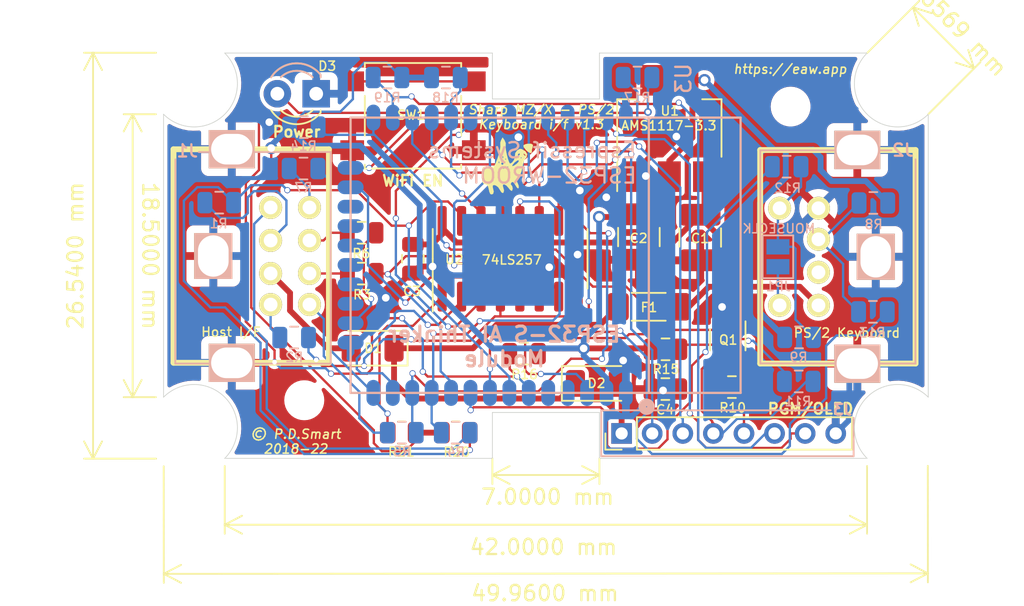
<source format=kicad_pcb>
(kicad_pcb (version 20211014) (generator pcbnew)
  (title_block (title "Sharp MZ/X PS/2 Keyboard Interface") (date "2022-03-09") (rev "1.3") (comment 1 "and thus the interface used on more Sharp machines.") (comment 2 "interface, small changes made such that differing cables can be connected") (comment 3 "Incremental update from the MZ-2500/MZ-2800 PS/2 Keyboard"))
  (layers (0 "F.Cu" signal) (31 "B.Cu" signal) (34 "B.Paste" user) (35 "F.Paste" user) (36 "B.SilkS" user "B.Silkscreen") (37 "F.SilkS" user "F.Silkscreen") (38 "B.Mask" user) (39 "F.Mask" user) (44 "Edge.Cuts" user))
  (net 0 "")
  (net 1 "GNDPWR")
  (net 2 "+5V")
  (net 3 "Net-(J2-Pad6)")
  (net 4 "Net-(D1-Pad2)")
  (net 5 "/RXD")
  (net 6 "/TXD")
  (net 7 "/~{PGM}")
  (net 8 "Net-(J1-Pad2)")
  (net 9 "Net-(J1-Pad3)")
  (net 10 "Net-(J1-Pad4)")
  (net 11 "Net-(J1-Pad5)")
  (net 12 "Net-(J1-Pad6)")
  (net 13 "Net-(J1-Pad7)")
  (net 14 "Net-(J1-Pad8)")
  (net 15 "/VCC")
  (net 16 "+3V3")
  (net 17 "/PS2_DATA")
  (net 18 "/PS2_CLK")
  (net 27 "Net-(J2-Pad1)")
  (net 28 "Net-(J2-Pad5)")
  (net 29 "/~{RESET}")
  (net 30 "/DSDA")
  (net 31 "/DSCK")
  (net 33 "/~{RTSNi}")
  (net 34 "/KDB0")
  (net 35 "/KDB1")
  (net 36 "/KDB2")
  (net 37 "/KDB3")
  (net 38 "/MPXi")
  (net 39 "/KDO2")
  (net 40 "/KDO6")
  (net 41 "/KDO3")
  (net 42 "/KDO7")
  (net 43 "/KDO5")
  (net 44 "/KDO1")
  (net 45 "/KDO4")
  (net 46 "/KDO0")
  (net 47 "/VCCPG")
  (net 48 "/RTS")
  (net 49 "/DTR")
  (net 50 "Net-(Q1-Pad2)")
  (net 51 "Net-(Q1-Pad5)")
  (net 52 "Net-(D3-Pad2)")
  (net 53 "Net-(R16-Pad1)")
  (net 54 "Net-(R17-Pad1)")
  (net 55 "/KDI4")
  (footprint "Graphic:Argo" (layer "F.Cu") (at 72.49 87.4)
    (fp_text reference "LG1" hide)
    (fp_text value "Argo Logo" hide)
  )
  (footprint "LED_THT:LED_D3.0mm_Clear" (layer "F.Cu") (at 59.98 82.66 180)
    (fp_text reference "D3")
    (fp_text value "Power")
  )
  (footprint "Custom:Mini_din6_ps2" (layer "F.Cu") (at 94.09 93.32 90)
    (fp_text reference "J2")
    (fp_text value "PS/2 Keyboard")
  )
  (footprint "Connector_PinHeader_2.00mm:PinHeader_1x08_P2.00mm_Vertical" (layer "F.Cu") (at 79.95 104.87 90)
    (fp_text reference "J3")
    (fp_text value "PGM/OLED")
  )
  (footprint "Resistor_SMD:R_0805_2012Metric" (layer "F.Cu") (at 62.96 94.42)
    (fp_text reference "R3")
    (fp_text value "100R" hide)
  )
  (footprint "Resistor_SMD:R_0805_2012Metric" (layer "F.Cu") (at 62.95 91.75)
    (fp_text reference "R6")
    (fp_text value "100R" hide)
  )
  (footprint "MountingHole:MountingHole_2.1mm" (layer "F.Cu") (at 91 83.5)
    (fp_text reference "H1" hide)
    (fp_text value "Support" hide)
  )
  (footprint "MountingHole:MountingHole_2.1mm" (layer "F.Cu") (at 59.2 102.7)
    (fp_text reference "H2" hide)
    (fp_text value "Support" hide)
  )
  (footprint "Package_SO:SOIC-16_3.9x9.9mm_P1.27mm" (layer "F.Cu") (at 72.66 93.45 90)
    (fp_text reference "U2")
    (fp_text value "74LS257")
  )
  (footprint "Package_TO_SOT_SMD:SOT-223-3_TabPin2" (layer "F.Cu") (at 83.07 84.93 90)
    (fp_text reference "U1")
    (fp_text value "AMS1117-3.3")
  )
  (footprint "Capacitor_SMD:C_1210_3225Metric_Pad1.42x2.65mm_HandSolder" (layer "F.Cu") (at 81.08 92.03 -90)
    (fp_text reference "C2")
    (fp_text value "100uF" hide)
  )
  (footprint "Capacitor_SMD:C_1210_3225Metric_Pad1.42x2.65mm_HandSolder" (layer "F.Cu") (at 85.09 92.06 -90)
    (fp_text reference "C1")
    (fp_text value "100uF" hide)
  )
  (footprint "Button_Switch_SMD:SW_SPST_B3S-1000" (layer "F.Cu") (at 66.31 84.1 180)
    (fp_text reference "SW1")
    (fp_text value "WiFi EN")
  )
  (footprint "Fuse:Fuse_1806_4516Metric" (layer "F.Cu") (at 81.72 96.59)
    (fp_text reference "F1")
    (fp_text value "500mA" hide)
  )
  (footprint "Capacitor_SMD:C_0805_2012Metric" (layer "F.Cu") (at 66.3 93.45 -90)
    (fp_text reference "C3")
    (fp_text value "100nF" hide)
  )
  (footprint "Diode_SMD:D_1206_3216Metric" (layer "F.Cu") (at 63.67 99.3 180)
    (fp_text reference "D1")
    (fp_text value "1N4001" hide)
  )
  (footprint "Diode_SMD:D_1206_3216Metric" (layer "F.Cu") (at 78.33 101.6)
    (fp_text reference "D2")
    (fp_text value "1N4001" hide)
  )
  (footprint "Capacitor_SMD:C_0805_2012Metric" (layer "F.Cu") (at 82.81 101.97 180)
    (fp_text reference "C4")
    (fp_text value "100nF" hide)
  )
  (footprint "Package_TO_SOT_SMD:SOT-363_SC-70-6" (layer "F.Cu") (at 86.89 98.74 -90)
    (fp_text reference "Q1")
    (fp_text value "MMDT3904" hide)
  )
  (footprint "Resistor_SMD:R_0805_2012Metric" (layer "F.Cu") (at 87.16 101.84)
    (fp_text reference "R10")
    (fp_text value "10K" hide)
  )
  (footprint "Resistor_SMD:R_0805_2012Metric" (layer "F.Cu") (at 82.82 99.37)
    (fp_text reference "R15")
    (fp_text value "10K" hide)
  )
  (footprint "Resistor_SMD:R_0805_2012Metric" (layer "F.Cu") (at 73.57 99.65)
    (fp_text reference "R16")
    (fp_text value "10K" hide)
  )
  (footprint "Resistor_SMD:R_0805_2012Metric" (layer "F.Cu") (at 65.57 104.82)
    (fp_text reference "R21")
    (fp_text value "10K" hide)
  )
  (footprint "Connector_DIN:Mini_din8_ps2" (layer "F.Cu") (at 55.73 93.27 -90)
    (fp_text reference "J1")
    (fp_text value "Host I/F")
  )
  (footprint "Resistor_SMD:R_0805_2012Metric" (layer "F.Cu") (at 69.11 104.82 180)
    (fp_text reference "R20")
    (fp_text value "10K" hide)
  )
  (footprint "Resistor_SMD:R_0805_2012Metric" (layer "B.Cu") (at 53.64 89.78 180)
    (fp_text reference "R1")
    (fp_text value "100R" hide)
  )
  (footprint "Resistor_SMD:R_0805_2012Metric" (layer "B.Cu") (at 58.54 98.6)
    (fp_text reference "R2")
    (fp_text value "100R" hide)
  )
  (footprint "Resistor_SMD:R_0805_2012Metric" (layer "B.Cu") (at 69.1 104.82)
    (fp_text reference "R4")
    (fp_text value "100R" hide)
  )
  (footprint "Resistor_SMD:R_0805_2012Metric" (layer "B.Cu") (at 65.58 104.82)
    (fp_text reference "R5")
    (fp_text value "100R" hide)
  )
  (footprint "Resistor_SMD:R_0805_2012Metric" (layer "B.Cu") (at 59.15 87.55 180)
    (fp_text reference "R7")
    (fp_text value "100R" hide)
  )
  (footprint "Resistor_SMD:R_0805_2012Metric" (layer "B.Cu") (at 96.41 89.8 180)
    (fp_text reference "R8")
    (fp_text value "2K" hide)
  )
  (footprint "Resistor_SMD:R_0805_2012Metric" (layer "B.Cu") (at 96.38 96.92)
    (fp_text reference "R13")
    (fp_text value "100R" hide)
  )
  (footprint "Resistor_SMD:R_0805_2012Metric" (layer "B.Cu") (at 90.74 87.43 180)
    (fp_text reference "R12")
    (fp_text value "100R" hide)
  )
  (footprint "Resistor_SMD:R_0805_2012Metric" (layer "B.Cu") (at 80.99 81.6)
    (fp_text reference "R17")
    (fp_text value "1K" hide)
  )
  (footprint "Resistor_SMD:R_0805_2012Metric" (layer "B.Cu") (at 91.55 98.59)
    (fp_text reference "R9")
    (fp_text value "2K" hide)
  )
  (footprint "Custom:ESP32-S" (layer "B.Cu") (at 74.98 93.22 -90)
    (fp_text reference "U3")
    (fp_text value "ESP32-S AI Thinker")
  )
  (footprint "Resistor_SMD:R_0805_2012Metric" (layer "B.Cu") (at 91.53 101.47)
    (fp_text reference "R11")
    (fp_text value "10K" hide)
  )
  (footprint "Resistor_SMD:R_0805_2012Metric" (layer "B.Cu") (at 59.17 84.84 180)
    (fp_text reference "R14")
    (fp_text value "10K" hide)
  )
  (footprint "Resistor_SMD:R_0805_2012Metric" (layer "B.Cu") (at 68.46 81.6 180)
    (fp_text reference "R18")
    (fp_text value "10K" hide)
  )
  (footprint "Resistor_SMD:R_0805_2012Metric" (layer "B.Cu") (at 64.64 81.6)
    (fp_text reference "R19")
    (fp_text value "10K" hide)
  )
  (footprint "Jumper:SolderJumper-2_P1.3mm_Open_Pad1.0x1.5mm" (layer "B.Cu") (at 90.17 93.32 90)
    (fp_text reference "JP1")
    (fp_text value "MOUSECLK")
  )
  (gr_line (start 99.16 100.3) (end 99.17 86.95) (layer "B.SilkS") (width 0.12))
  (gr_line (start 93.62 103.36) (end 78.62 103.36) (layer "B.SilkS") (width 0.12))
  (gr_arc (start 57.67 81.58) (mid 58.71 81.16219) (end 59.75 81.58) (layer "B.SilkS") (width 0.12))
  (gr_line (start 60.27 81.59) (end 60.27 81.42) (layer "B.SilkS") (width 0.12))
  (gr_line (start 89.02 100.29) (end 99.16 100.3) (layer "B.SilkS") (width 0.12))
  (gr_line (start 50.765 100.3) (end 50.775 86.95) (layer "B.SilkS") (width 0.12))
  (gr_line (start 97.6 86.36) (end 89.02 86.36) (layer "B.SilkS") (width 0.12))
  (gr_line (start 60.925 86.47) (end 52.3 86.47) (layer "B.SilkS") (width 0.12))
  (gr_line (start 95.12 106.36) (end 78.62 106.36) (layer "B.SilkS") (width 0.12))
  (gr_line (start 60.925 86.47) (end 60.925 100.3) (layer "B.SilkS") (width 0.12))
  (gr_arc (start 57.03 81.59) (mid 58.596521 80.671511) (end 60.257536 81.405429) (layer "B.SilkS") (width 0.12))
  (gr_line (start 50.765 100.3) (end 60.905 100.31) (layer "B.SilkS") (width 0.12))
  (gr_line (start 95.12 106.36) (end 95.12 103.85) (layer "B.SilkS") (width 0.12))
  (gr_line (start 89.02 86.36) (end 89.02 100.29) (layer "B.SilkS") (width 0.12))
  (gr_line (start 78.62 103.36) (end 78.62 106.36) (layer "B.SilkS") (width 0.12))
  (gr_line (start 50 84) (end 50 102.5) (layer "Edge.Cuts") (width 0.05))
  (gr_line (start 78.5 80) (end 96 80) (layer "Edge.Cuts") (width 0.05))
  (gr_line (start 54 106.5) (end 71.5 106.5) (layer "Edge.Cuts") (width 0.05))
  (gr_line (start 78.5 106.5) (end 96 106.5) (layer "Edge.Cuts") (width 0.05))
  (gr_line (start 71.5 103.5) (end 78.5 103.5) (layer "Edge.Cuts") (width 0.05))
  (gr_line (start 78.5 106.5) (end 78.5 103.5) (layer "Edge.Cuts") (width 0.05))
  (gr_line (start 71.5 83) (end 71.5 80) (layer "Edge.Cuts") (width 0.05))
  (gr_line (start 78.5 83) (end 78.5 80) (layer "Edge.Cuts") (width 0.05))
  (gr_line (start 71.5 83) (end 78.5 83) (layer "Edge.Cuts") (width 0.05))
  (gr_arc (start 50.000001 102.500002) (mid 54.000001 102.500002) (end 54.000001 106.500002) (layer "Edge.Cuts") (width 0.05))
  (gr_arc (start 96 106.5) (mid 96 102.5) (end 100 102.5) (layer "Edge.Cuts") (width 0.05))
  (gr_arc (start 100 84) (mid 96 84) (end 96 80) (layer "Edge.Cuts") (width 0.05))
  (gr_line (start 71.5 106.5) (end 71.5 103.5) (layer "Edge.Cuts") (width 0.05))
  (gr_line (start 54 80) (end 71.5 80) (layer "Edge.Cuts") (width 0.05))
  (gr_arc (start 54 80) (mid 54 84) (end 50 84) (layer "Edge.Cuts") (width 0.05))
  (gr_line (start 100 84) (end 100 102.5) (layer "Edge.Cuts") (width 0.05))
  (gr_text "ESP32-S AI Thinker\nModule" (at 72.28 99.2) (layer "B.SilkS") (effects (font (size 1 1) (thickness 0.2)) (justify mirror)))
  (gr_text "© P.D.Smart\n2018-22" (at 58.65 105.4) (layer "F.SilkS") (effects (font (size 0.6 0.6) (thickness 0.1) italic)))
  (gr_text "Sharp MZ/X - PS/2\nKeyboard i/f v1.3\n" (at 74.69 84.18) (layer "F.SilkS") (effects (font (size 0.6 0.6) (thickness 0.1) italic)))
  (gr_text "https://eaw.app" (at 90.98 81.05) (layer "F.SilkS") (effects (font (size 0.6 0.6) (thickness 0.1) italic)))
  (dimension (type aligned) (layer "F.SilkS") (pts (xy 50.01 79.98) (xy 50.01 106.52)) (height 4.62) (gr_text "26.5400 mm" (at 44.24 93.25 90) (layer "F.SilkS") (effects (font (size 1 1) (thickness 0.15)))) (format (units 3) (units_format 1) (precision 4)) (style (thickness 0.12) (arrow_length 1.27) (text_position_mode 0) (extension_height 0.58642) (extension_offset 0.5) keep_text_aligned))
  (dimension (type aligned) (layer "F.SilkS") (pts (xy 50 84) (xy 50.000001 102.500002)) (height 2.02) (gr_text "18.5000 mm" (at 46.83 93.250001 90) (layer "F.SilkS") (effects (font (size 1 1) (thickness 0.15)))) (format (units 3) (units_format 1) (precision 4)) (style (thickness 0.12) (arrow_length 1.27) (text_position_mode 0) (extension_height 0.58642) (extension_offset 0.5) keep_text_aligned))
  (dimension (type aligned) (layer "F.SilkS") (pts (xy 50.01 106.52) (xy 99.97 106.49)) (height 7.530497) (gr_text "49.9600 mm" (at 74.94 115.32 0.03440498757) (layer "F.SilkS") (effects (font (size 1 1) (thickness 0.15)))) (format (units 3) (units_format 1) (precision 4)) (style (thickness 0.12) (arrow_length 1.27) (text_position_mode 2) (extension_height 0.58642) (extension_offset 0.5) keep_text_aligned))
  (dimension (type aligned) (layer "F.SilkS") (pts (xy 100 84) (xy 96 80)) (height 4.235569) (gr_text "5.6569 mm" (at 101.808173 78.191827 -45) (layer "F.SilkS") (effects (font (size 1 1) (thickness 0.15)))) (format (units 2) (units_format 1) (precision 4)) (style (thickness 0.12) (arrow_length 1.27) (text_position_mode 0) (extension_height 0.58642) (extension_offset 0) keep_text_aligned))
  (dimension (type aligned) (layer "F.SilkS") (pts (xy 54 106.5) (xy 96 106.5)) (height 4.34) (gr_text "42.0000 mm" (at 74.84 112.3) (layer "F.SilkS") (effects (font (size 1 1) (thickness 0.15)))) (format (units 3) (units_format 1) (precision 4)) (style (thickness 0.12) (arrow_length 1.27) (text_position_mode 2) (extension_height 0.58642) (extension_offset 0.5) keep_text_aligned))
  (dimension (type aligned) (layer "F.SilkS") (pts (xy 78.5 106.5) (xy 71.5 106.5)) (height -1.09) (gr_text "7.0000 mm" (at 75.11 109.02) (layer "F.SilkS") (effects (font (size 1 1) (thickness 0.15)))) (format (units 2) (units_format 1) (precision 4)) (style (thickness 0.12) (arrow_length 1.27) (text_position_mode 2) (extension_height 0.58642) (extension_offset 0) keep_text_aligned))
  (segment (start 66.3 94.3875) (end 66.1425 94.3875) (width 0.381) (layer "F.Cu") (net 1))
  (segment (start 81.08 93.5175) (end 81.18 93.6175) (width 0.381) (layer "F.Cu") (net 1))
  (segment (start 83.141408 85.458592) (end 80.77 87.83) (width 0.381) (layer "F.Cu") (net 1))
  (segment (start 85 93.6175) (end 85.02 93.6375) (width 0.381) (layer "F.Cu") (net 1))
  (segment (start 66.7318 93.9557) (end 66.3 94.3875) (width 0.381) (layer "F.Cu") (net 1))
  (segment (start 67.59 93.9557) (end 66.7318 93.9557) (width 0.381) (layer "F.Cu") (net 1))
  (segment (start 75.217243 94.002757) (end 75.65146 94.002757) (width 0.381) (layer "F.Cu") (net 1))
  (segment (start 77.105 95.456297) (end 77.105 95.925) (width 0.381) (layer "F.Cu") (net 1))
  (segment (start 66.1425 94.3875) (end 64.54 95.99) (width 0.381) (layer "F.Cu") (net 1))
  (segment (start 83.534178 85.458592) (end 83.141408 85.458592) (width 0.381) (layer "F.Cu") (net 1))
  (segment (start 80.77 87.83) (end 80.77 88.08) (width 0.381) (layer "F.Cu") (net 1))
  (segment (start 81.18 93.6175) (end 85 93.6175) (width 0.381) (layer "F.Cu") (net 1))
  (segment (start 75.65146 94.002757) (end 77.105 95.456297) (width 0.381) (layer "F.Cu") (net 1))
  (via (at 83.534178 85.458592) (size 0.8) (drill 0.5) (layers "F.Cu" "B.Cu") (net 1))
  (via (at 75.217243 94.002757) (size 0.8) (drill 0.5) (layers "F.Cu" "B.Cu") (net 1))
  (via (at 77.07 93.1755) (size 0.8) (drill 0.5) (layers "F.Cu" "B.Cu") (net 1))
  (via (at 67.59 93.9557) (size 0.8) (drill 0.5) (layers "F.Cu" "B.Cu") (net 1))
  (via (at 64.527207 96.002793) (size 0.8) (drill 0.5) (layers "F.Cu" "B.Cu") (net 1))
  (via (at 78.95 89.43) (size 0.8) (drill 0.5) (layers "F.Cu" "B.Cu") (net 1))
  (via (at 73.2 85.5) (size 0.8) (drill 0.5) (layers "F.Cu" "B.Cu") (net 1))
  (via (at 77.217614 88.9857) (size 0.8) (drill 0.5) (layers "F.Cu" "B.Cu") (net 1))
  (via (at 82.6605 102.06) (size 0.8) (drill 0.5) (layers "F.Cu" "B.Cu") (net 1))
  (via (at 56.9123 84.518567) (size 0.8) (drill 0.5) (layers "F.Cu" "B.Cu") (net 1))
  (via (at 80.05 100.1) (size 0.8) (drill 0.5) (layers "F.Cu" "B.Cu") (net 1))
  (via (at 86.52 96.6) (size 0.8) (drill 0.5) (layers "F.Cu" "B.Cu") (net 1))
  (via (at 81.53 88.04) (size 0.8) (drill 0.5) (layers "F.Cu" "B.Cu") (net 1))
  (segment (start 64.527207 97.068793) (end 64.527207 96.002793) (width 0.381) (layer "B.Cu") (net 1))
  (segment (start 71.52 94.53) (end 72.53 93.52) (width 0.381) (layer "B.Cu") (net 1))
  (segment (start 71.91 92.9) (end 72.53 93.52) (width 0.381) (layer "B.Cu") (net 1))
  (segment (start 71.91 86.79) (end 71.91 92.9) (width 0.381) (layer "B.Cu") (net 1))
  (segment (start 94.84 100.825) (end 95.36 100.305) (width 0.381) (layer "B.Cu") (net 1))
  (segment (start 79.27 80.41) (end 92.14 80.41) (width 0.1524) (layer "B.Cu") (net 1))
  (segment (start 80.23 84.22) (end 80.23 83.75) (width 0.1524) (layer "B.Cu") (net 1))
  (segment (start 94.84 103.98) (end 94.84 100.825) (width 0.381) (layer "B.Cu") (net 1))
  (segment (start 67.59 93.9557) (end 68.1643 94.53) (width 0.381) (layer "B.Cu") (net 1))
  (segment (start 78.99 82.51) (end 78.99 80.69) (width 0.1524) (layer "B.Cu") (net 1))
  (segment (start 78.99 80.69) (end 79.27 80.41) (width 0.1524) (layer "B.Cu") (net 1))
  (segment (start 62.23 98.935) (end 62.661 98.935) (width 0.381) (layer "B.Cu") (net 1))
  (segment (start 62.661 98.935) (end 64.527207 97.068793) (width 0.381) (layer "B.Cu") (net 1))
  (segment (start 95.36 83.63) (end 95.36 86.335) (width 0.1524) (layer "B.Cu") (net 1))
  (segment (start 73.2 85.5) (end 71.91 86.79) (width 0.381) (layer "B.Cu") (net 1))
  (segment (start 68.1643 94.53) (end 71.52 94.53) (width 0.381) (layer "B.Cu") (net 1))
  (segment (start 80.23 83.75) (end 78.99 82.51) (width 0.1524) (layer "B.Cu") (net 1))
  (segment (start 92.14 80.41) (end 95.36 83.63) (width 0.1524) (layer "B.Cu") (net 1))
  (segment (start 93.95 104.87) (end 94.84 103.98) (width 0.381) (layer "B.Cu") (net 1))
  (segment (start 91.6065 95.2815) (end 87.0285 95.2815) (width 0.381) (layer "F.Cu") (net 2))
  (segment (start 78.86 92.4) (end 83.2649 92.4) (width 0.381) (layer "F.Cu") (net 2))
  (segment (start 83.2649 92.4) (end 85.0024 90.6625) (width 0.381) (layer "F.Cu") (net 2))
  (segment (start 67.5375 92.5125) (end 68.215 91.835) (width 0.381) (layer "F.Cu") (net 2))
  (segment (start 85.37 90.2925) (end 85.37 88.08) (width 0.381) (layer "F.Cu") (net 2))
  (segment (start 68.215 90.975) (end 68.215 91.443703) (width 0.381) (layer "F.Cu") (net 2))
  (segment (start 69.156786 92.385489) (end 78.845489 92.385489) (width 0.381) (layer "F.Cu") (net 2))
  (segment (start 85.6485 95.2815) (end 84.34 96.59) (width 0.381) (layer "F.Cu") (net 2))
  (segment (start 66.3 92.5125) (end 67.5375 92.5125) (width 0.381) (layer "F.Cu") (net 2))
  (segment (start 68.215 91.835) (end 68.215 90.975) (width 0.381) (layer "F.Cu") (net 2))
  (segment (start 78.845489 92.385489) (end 78.86 92.4) (width 0.381) (layer "F.Cu") (net 2))
  (segment (start 87.0285 95.2815) (end 85.6485 95.2815) (width 0.381) (layer "F.Cu") (net 2))
  (segment (start 87.0285 92.671) (end 87.0285 95.2815) (width 0.381) (layer "F.Cu") (net 2))
  (segment (start 92.82 96.495) (end 91.6065 95.2815) (width 0.381) (layer "F.Cu") (net 2))
  (segment (start 85.0024 90.6625) (end 85.02 90.6625) (width 0.381) (layer "F.Cu") (net 2))
  (segment (start 84.34 96.59) (end 83.72 96.59) (width 0.381) (layer "F.Cu") (net 2))
  (segment (start 68.215 91.443703) (end 69.156786 92.385489) (width 0.381) (layer "F.Cu") (net 2))
  (segment (start 85.02 90.6625) (end 87.0285 92.671) (width 0.381) (layer "F.Cu") (net 2))
  (segment (start 85.09 90.5725) (end 85.37 90.2925) (width 0.381) (layer "F.Cu") (net 2))
  (segment (start 90.17 96.385) (end 90.28 96.495) (width 0.1524) (layer "B.Cu") (net 3))
  (segment (start 90.17 93.97) (end 90.17 96.385) (width 0.1524) (layer "B.Cu") (net 3))
  (segment (start 58.2701 95.6831) (end 58.2701 96.8336) (width 0.381) (layer "F.Cu") (net 4))
  (segment (start 57 94.413) (end 58.2701 95.6831) (width 0.381) (layer "F.Cu") (net 4))
  (segment (start 58.2701 96.8336) (end 60.7365 99.3) (width 0.381) (layer "F.Cu") (net 4))
  (segment (start 60.7365 99.3) (end 62.27 99.3) (width 0.381) (layer "F.Cu") (net 4))
  (segment (start 75.82325 86.42325) (end 75.6721 86.5744) (width 0.1524) (layer "F.Cu") (net 5))
  (segment (start 80.574071 86.604071) (end 80.39325 86.42325) (width 0.1524) (layer "F.Cu") (net 5))
  (segment (start 80.39325 86.42325) (end 75.82325 86.42325) (width 0.1524) (layer "F.Cu") (net 5))
  (via (at 75.6721 86.5744) (size 0.4) (drill 0.3) (layers "F.Cu" "B.Cu") (net 5))
  (via (at 80.574071 86.604071) (size 0.4) (drill 0.3) (layers "F.Cu" "B.Cu") (net 5))
  (segment (start 80.574071 98.044071) (end 81.95 99.42) (width 0.1524) (layer "B.Cu") (net 5))
  (segment (start 75.6721 85.8686) (end 75.15 85.3465) (width 0.1524) (layer "B.Cu") (net 5))
  (segment (start 75.15 84.22) (end 75.15 85.3465) (width 0.1524) (layer "B.Cu") (net 5))
  (segment (start 75.6721 86.5744) (end 75.6721 85.8686) (width 0.1524) (layer "B.Cu") (net 5))
  (segment (start 81.95 99.42) (end 81.95 104.87) (width 0.1524) (layer "B.Cu") (net 5))
  (segment (start 80.574071 86.604071) (end 80.574071 98.044071) (width 0.1524) (layer "B.Cu") (net 5))
  (segment (start 78.4 85.8) (end 78.33 85.87) (width 0.1524) (layer "F.Cu") (net 6))
  (segment (start 80.788371 85.8) (end 78.4 85.8) (width 0.1524) (layer "F.Cu") (net 6))
  (segment (start 81.094071 86.1057) (end 80.788371 85.8) (width 0.1524) (layer "F.Cu") (net 6))
  (via (at 81.094071 86.1057) (size 0.4) (drill 0.3) (layers "F.Cu" "B.Cu") (net 6))
  (via (at 78.33 85.87) (size 0.4) (drill 0.3) (layers "F.Cu" "B.Cu") (net 6))
  (segment (start 76.4201 87.6101) (end 77.12 88.31) (width 0.1524) (layer "B.Cu") (net 6))
  (segment (start 77.12 88.31) (end 77.75 88.31) (width 0.1524) (layer "B.Cu") (net 6))
  (segment (start 77.75 88.31) (end 78.33 87.73) (width 0.1524) (layer "B.Cu") (net 6))
  (segment (start 76.42 85.3465) (end 76.4201 85.3465) (width 0.1524) (layer "B.Cu") (net 6))
  (segment (start 83.786 103.7545) (end 83.95 103.9185) (width 0.1524) (layer "B.Cu") (net 6))
  (segment (start 76.42 84.22) (end 76.42 85.3465) (width 0.1524) (layer "B.Cu") (net 6))
  (segment (start 78.33 87.73) (end 78.33 85.87) (width 0.1524) (layer "B.Cu") (net 6))
  (segment (start 76.4201 85.3465) (end 76.4201 87.6101) (width 0.1524) (layer "B.Cu") (net 6))
  (segment (start 83.95 103.9185) (end 83.95 104.87) (width 0.1524) (layer "B.Cu") (net 6))
  (segment (start 83.786 88.797629) (end 83.786 103.7545) (width 0.1524) (layer "B.Cu") (net 6))
  (segment (start 81.094071 86.1057) (end 83.786 88.797629) (width 0.1524) (layer "B.Cu") (net 6))
  (segment (start 80.24348 95.27) (end 83.07348 98.1) (width 0.1524) (layer "F.Cu") (net 7))
  (segment (start 83.07348 98.1) (end 85.93 98.1) (width 0.1524) (layer "F.Cu") (net 7))
  (segment (start 85.93 98.1) (end 86.24 97.79) (width 0.1524) (layer "F.Cu") (net 7))
  (segment (start 78.07 95.27) (end 80.24348 95.27) (width 0.1524) (layer "F.Cu") (net 7))
  (segment (start 68.503454 92.566545) (end 68.788618 92.851709) (width 0.1524) (layer "F.Cu") (net 7))
  (segment (start 75.651709 92.851709) (end 78.07 95.27) (width 0.1524) (layer "F.Cu") (net 7))
  (segment (start 68.788618 92.851709) (end 75.651709 92.851709) (width 0.1524) (layer "F.Cu") (net 7))
  (via (at 68.503454 92.566545) (size 0.4) (drill 0.3) (layers "F.Cu" "B.Cu") (net 7))
  (segment (start 68.503454 92.566545) (end 68.1688 92.231891) (width 0.1524) (layer "B.Cu") (net 7))
  (segment (start 68.1688 89.723) (end 63.72 85.2742) (width 0.1524) (layer "B.Cu") (net 7))
  (segment (start 60.1075 84.84) (end 60.614 85.3465) (width 0.1524) (layer "B.Cu") (net 7))
  (segment (start 63.72 85.3465) (end 63.72 85.2742) (width 0.1524) (layer "B.Cu") (net 7))
  (segment (start 68.1688 92.231891) (end 68.1688 89.723) (width 0.1524) (layer "B.Cu") (net 7))
  (segment (start 63.72 84.7832) (end 63.72 85.2019) (width 0.1524) (layer "B.Cu") (net 7))
  (segment (start 60.614 85.3465) (end 63.72 85.3465) (width 0.1524) (layer "B.Cu") (net 7))
  (segment (start 63.72 85.2019) (end 63.72 85.2742) (width 0.1524) (layer "B.Cu") (net 7))
  (segment (start 63.72 84.22) (end 63.72 84.7832) (width 0.1524) (layer "B.Cu") (net 7))
  (segment (start 55.5051 89.4349) (end 55.9093 89.0307) (width 0.1524) (layer "B.Cu") (net 8))
  (segment (start 57.4197 89.0307) (end 58.0334 89.6444) (width 0.1524) (layer "B.Cu") (net 8))
  (segment (start 55.1851 90.7849) (end 55.5051 90.4649) (width 0.1524) (layer "B.Cu") (net 8))
  (segment (start 58.0334 91.2206) (end 57 92.254) (width 0.1524) (layer "B.Cu") (net 8))
  (segment (start 53.7074 90.7849) (end 55.1851 90.7849) (width 0.1524) (layer "B.Cu") (net 8))
  (segment (start 55.9093 89.0307) (end 57.4197 89.0307) (width 0.1524) (layer "B.Cu") (net 8))
  (segment (start 52.7025 89.78) (end 53.7074 90.7849) (width 0.1524) (layer "B.Cu") (net 8))
  (segment (start 55.5051 90.4649) (end 55.5051 89.4349) (width 0.1524) (layer "B.Cu") (net 8))
  (segment (start 58.0334 89.6444) (end 58.0334 91.2206) (width 0.1524) (layer "B.Cu") (net 8))
  (segment (start 57 97.9975) (end 57 96.445) (width 0.1524) (layer "B.Cu") (net 9))
  (segment (start 57.6025 98.6) (end 57 97.9975) (width 0.1524) (layer "B.Cu") (net 9))
  (segment (start 62.0155 94.413) (end 62.0225 94.42) (width 0.1524) (layer "F.Cu") (net 10))
  (segment (start 59.54 94.413) (end 62.0155 94.413) (width 0.1524) (layer "F.Cu") (net 10))
  (segment (start 56.747 103.257) (end 56.747 98.8519) (width 0.1524) (layer "B.Cu") (net 11))
  (segment (start 59.3506 105.8606) (end 56.747 103.257) (width 0.1524) (layer "B.Cu") (net 11))
  (segment (start 70.0375 104.82) (end 68.9969 105.8606) (width 0.1524) (layer "B.Cu") (net 11))
  (segment (start 68.9969 105.8606) (end 59.3506 105.8606) (width 0.1524) (layer "B.Cu") (net 11))
  (segment (start 55.9226 91.1724) (end 57 90.095) (width 0.1524) (layer "B.Cu") (net 11))
  (segment (start 56.747 98.8519) (end 55.9226 98.0275) (width 0.1524) (layer "B.Cu") (net 11))
  (segment (start 55.9226 98.0275) (end 55.9226 91.1724) (width 0.1524) (layer "B.Cu") (net 11))
  (segment (start 60.4783 97.3833) (end 59.54 96.445) (width 0.1524) (layer "B.Cu") (net 12))
  (segment (start 60.4783 99.8183) (end 60.4783 97.3833) (width 0.1524) (layer "B.Cu") (net 12))
  (segment (start 62.8 103.88) (end 62.8 102.14) (width 0.1524) (layer "B.Cu") (net 12))
  (segment (start 63.74 104.82) (end 62.8 103.88) (width 0.1524) (layer "B.Cu") (net 12))
  (segment (start 64.6425 104.82) (end 63.74 104.82) (width 0.1524) (layer "B.Cu") (net 12))
  (segment (start 62.8 102.14) (end 60.4783 99.8183) (width 0.1524) (layer "B.Cu") (net 12))
  (segment (start 60.456 92.254) (end 60.96 91.75) (width 0.1524) (layer "F.Cu") (net 13))
  (segment (start 60.96 91.75) (end 62.0125 91.75) (width 0.1524) (layer "F.Cu") (net 13))
  (segment (start 59.54 92.254) (end 60.456 92.254) (width 0.1524) (layer "F.Cu") (net 13))
  (segment (start 59.54 90.095) (end 59.54 88.8775) (width 0.1524) (layer "B.Cu") (net 14))
  (segment (start 59.54 88.8775) (end 58.2125 87.55) (width 0.1524) (layer "B.Cu") (net 14))
  (segment (start 76.93 101.6) (end 75.94 102.59) (width 0.381) (layer "F.Cu") (net 15))
  (segment (start 70.239334 99.3) (end 65.07 99.3) (width 0.381) (layer "F.Cu") (net 15))
  (segment (start 66.11 102.59) (end 65.07 101.55) (width 0.381) (layer "F.Cu") (net 15))
  (segment (start 75.94 102.59) (end 66.11 102.59) (width 0.381) (layer "F.Cu") (net 15))
  (segment (start 71.772534 97.7668) (end 70.239334 99.3) (width 0.381) (layer "F.Cu") (net 15))
  (segment (start 71.772534 97.7668) (end 78.5432 97.7668) (width 0.381) (layer "F.Cu") (net 15))
  (segment (start 78.5432 97.7668) (end 79.72 96.59) (width 0.381) (layer "F.Cu") (net 15))
  (segment (start 65.07 101.55) (end 65.07 99.3) (width 0.381) (layer "F.Cu") (net 15))
  (segment (start 81.8225 99.31) (end 81.8825 99.37) (width 0.381) (layer "F.Cu") (net 16))
  (segment (start 64.27 106.03) (end 65.82 106.03) (width 0.1524) (layer "F.Cu") (net 16))
  (segment (start 77.47 99.309511) (end 77.470489 99.31) (width 0.381) (layer "F.Cu") (net 16))
  (segment (start 63.75 105.51) (end 64.27 106.03) (width 0.1524) (layer "F.Cu") (net 16))
  (segment (start 55.73242 88.79758) (end 55.73242 96.64242) (width 0.1524) (layer "F.Cu") (net 16))
  (segment (start 57.04 86.21) (end 57.04 87.49) (width 0.1524) (layer "F.Cu") (net 16))
  (segment (start 77.470489 99.31) (end 80.122755 99.31) (width 0.381) (layer "F.Cu") (net 16))
  (segment (start 85.37 81.77) (end 83.08 81.77) (width 0.381) (layer "F.Cu") (net 16))
  (segment (start 80.9025 90.72) (end 81.08 90.5425) (width 0.381) (layer "F.Cu") (net 16))
  (segment (start 84.58 85.53) (end 84.58 83.19) (width 0.381) (layer "F.Cu") (net 16))
  (segment (start 83.07 87.04) (end 84.58 85.53) (width 0.381) (layer "F.Cu") (net 16))
  (segment (start 63.75 104.66) (end 63.75 105.51) (width 0.1524) (layer "F.Cu") (net 16))
  (segment (start 80.122755 99.31) (end 80.132766 99.299989) (width 0.381) (layer "F.Cu") (net 16))
  (segment (start 74.848 99.3095) (end 74.5075 99.65) (width 0.381) (layer "F.Cu") (net 16))
  (segment (start 68.1975 104.82) (end 66.4825 104.82) (width 0.381) (layer "F.Cu") (net 16))
  (segment (start 80.132766 99.299989) (end 80.787234 99.299989) (width 0.381) (layer "F.Cu") (net 16))
  (segment (start 80.797245 99.31) (end 81.8225 99.31) (width 0.381) (layer "F.Cu") (net 16))
  (segment (start 77.469989 99.3095) (end 74.848 99.3095) (width 0.381) (layer "F.Cu") (net 16))
  (segment (start 84.58 83.19) (end 83.17 81.78) (width 0.381) (layer "F.Cu") (net 16))
  (segment (start 66.4825 105.3675) (end 66.4825 104.82) (width 0.1524) (layer "F.Cu") (net 16))
  (segment (start 77.47 99.309511) (end 77.469989 99.3095) (width 0.381) (layer "F.Cu") (net 16))
  (segment (start 78.4757 90.72) (end 80.9025 90.72) (width 0.381) (layer "F.Cu") (net 16))
  (segment (start 81.3375 90.5425) (end 83.07 88.81) (width 0.381) (layer "F.Cu") (net 16))
  (segment (start 57.04 87.49) (end 55.73242 88.79758) (width 0.1524) (layer "F.Cu") (net 16))
  (segment (start 55.73242 96.64242) (end 63.75 104.66) (width 0.1524) (layer "F.Cu") (net 16))
  (segment (start 80.787234 99.299989) (end 80.797245 99.31) (width 0.381) (layer "F.Cu") (net 16))
  (segment (start 83.17 81.78) (end 83.07 81.78) (width 0.381) (layer "F.Cu") (net 16))
  (segment (start 65.82 106.03) (end 66.4825 105.3675) (width 0.1524) (layer "F.Cu") (net 16))
  (segment (start 83.07 88.08) (end 83.07 87.04) (width 0.381) (layer "F.Cu") (net 16))
  (segment (start 83.08 81.77) (end 83.07 81.78) (width 0.381) (layer "F.Cu") (net 16))
  (segment (start 81.08 90.5425) (end 81.3375 90.5425) (width 0.381) (layer "F.Cu") (net 16))
  (segment (start 83.07 88.81) (end 83.07 88.08) (width 0.381) (layer "F.Cu") (net 16))
  (via (at 85.37 81.77) (size 0.8) (drill 0.5) (layers "F.Cu" "B.Cu") (net 16))
  (via (at 78.4757 90.72) (size 0.8) (drill 0.5) (layers "F.Cu" "B.Cu") (net 16))
  (via (at 77.47 99.309511) (size 0.8) (drill 0.5) (layers "F.Cu" "B.Cu") (net 16))
  (via (at 57.04 86.21) (size 0.8) (drill 0.5) (layers "F.Cu" "B.Cu") (net 16))
  (segment (start 71.539478 99.3095) (end 66.75 94.520022) (width 0.381) (layer "B.Cu") (net 16))
  (segment (start 58.2325 84.9499) (end 58.2325 84.84) (width 0.381) (layer "B.Cu") (net 16))
  (segment (start 78.48 90.7243) (end 78.48 97.73) (width 0.381) (layer "B.Cu") (net 16))
  (segment (start 90.28998 88.52002) (end 88.9899 89.8201) (width 0.381) (layer "B.Cu") (net 16))
  (segment (start 92.96 87.65) (end 92.96 86.81) (width 0.381) (layer "B.Cu") (net 16))
  (segment (start 95.9175 88.37) (end 93.68 88.37) (width 0.381) (layer "B.Cu") (net 16))
  (segment (start 92.46 86.31) (end 92.22 86.31) (width 0.381) (layer "B.Cu") (net 16))
  (segment (start 85.37 81.77) (end 89.9133 86.3133) (width 0.381) (layer "B.Cu") (net 16))
  (segment (start 62.8655 86.0555) (end 59.338 86.0555) (width 0.381) (layer "B.Cu") (net 16))
  (segment (start 92.242 86.3133) (end 90.6862 86.3133) (width 0.381) (layer "B.Cu") (net 16))
  (segment (start 88.9899 89.8201) (end 88.9899 96.9674) (width 0.381) (layer "B.Cu") (net 16))
  (segment (start 97.3475 89.8) (end 95.9175 88.37) (width 0.381) (layer "B.Cu") (net 16))
  (segment (start 92.96 86.81) (end 92.46 86.31) (width 0.381) (layer "B.Cu") (net 16))
  (segment (start 88.9899 96.9674) (end 90.6125 98.59) (width 0.381) (layer "B.Cu") (net 16))
  (segment (start 62.38 83.01) (end 62.38 81.37) (width 0.1524) (layer "B.Cu") (net 16))
  (segment (start 58.2325 84.84) (end 57.04 86.0325) (width 0.381) (layer "B.Cu") (net 16))
  (segment (start 59.236789 83.835711) (end 61.554289 83.835711) (width 0.1524) (layer "B.Cu") (net 16))
  (segment (start 77.47 98.74) (end 77.47 99.309511) (width 0.381) (layer "B.Cu") (net 16))
  (segment (start 90.6862 88.142586) (end 90.308766 88.52002) (width 0.381) (layer "B.Cu") (net 16))
  (segment (start 66.75 94.520022) (end 66.75 89.94) (width 0.381) (layer "B.Cu") (net 16))
  (segment (start 78.4757 90.72) (end 78.48 90.7243) (width 0.381) (layer "B.Cu") (net 16))
  (segment (start 78.96 101.27) (end 78.96 102.22) (width 0.381) (layer "B.Cu") (net 16))
  (segment (start 62.38 81.37) (end 63.12572 80.62428) (width 0.1524) (layer "B.Cu") (net 16))
  (segment (start 77.47 99.309511) (end 77.47 99.78) (width 0.381) (layer "B.Cu") (net 16))
  (segment (start 78.48 97.73) (end 77.47 98.74) (width 0.381) (layer "B.Cu") (net 16))
  (segment (start 64.60178 80.62428) (end 65.5775 81.6) (width 0.1524) (layer "B.Cu") (net 16))
  (segment (start 90.6862 86.3133) (end 90.6862 88.142586) (width 0.381) (layer "B.Cu") (net 16))
  (segment (start 77.47 99.78) (end 78.96 101.27) (width 0.381) (layer "B.Cu") (net 16))
  (segment (start 67.5225 81.6) (end 65.5775 81.6) (width 0.381) (layer "B.Cu") (net 16))
  (segment (start 89.9133 86.3133) (end 90.6862 86.3133) (width 0.381) (layer "B.Cu") (net 16))
  (segment (start 93.68 88.37) (end 92.96 87.65) (width 0.381) (layer "B.Cu") (net 16))
  (segment (start 57.04 86.0325) (end 57.04 86.21) (width 0.381) (layer "B.Cu") (net 16))
  (segment (start 77.469989 99.3095) (end 71.539478 99.3095) (width 0.381) (layer "B.Cu") (net 16))
  (segment (start 77.47 99.309511) (end 77.469989 99.3095) (width 0.381) (layer "B.Cu") (net 16))
  (segment (start 58.2325 84.84) (end 59.236789 83.835711) (width 0.1524) (layer "B.Cu") (net 16))
  (segment (start 90.308766 88.52002) (end 90.28998 88.52002) (width 0.381) (layer "B.Cu") (net 16))
  (segment (start 61.554289 83.835711) (end 62.38 83.01) (width 0.1524) (layer "B.Cu") (net 16))
  (segment (start 59.1314 85.8488) (end 58.2325 84.9499) (width 0.381) (layer "B.Cu") (net 16))
  (segment (start 59.338 86.0555) (end 59.1314 85.8488) (width 0.381) (layer "B.Cu") (net 16))
  (segment (start 66.75 89.94) (end 62.8655 86.0555) (width 0.381) (layer "B.Cu") (net 16))
  (segment (start 63.12572 80.62428) (end 64.60178 80.62428) (width 0.1524) (layer "B.Cu") (net 16))
  (segment (start 79.783699 98.233019) (end 71.965649 98.233019) (width 0.1524) (layer "F.Cu") (net 17))
  (segment (start 79.858629 98.158089) (end 79.783699 98.233019) (width 0.1524) (layer "F.Cu") (net 17))
  (segment (start 71.34 98.858668) (end 71.34 100.6543) (width 0.1524) (layer "F.Cu") (net 17))
  (segment (start 71.965649 98.233019) (end 71.34 98.858668) (width 0.1524) (layer "F.Cu") (net 17))
  (via (at 79.858629 98.158089) (size 0.4) (drill 0.3) (layers "F.Cu" "B.Cu") (net 17))
  (via (at 71.34 100.6543) (size 0.4) (drill 0.3) (layers "F.Cu" "B.Cu") (net 17))
  (segment (start 81.595711 99.895171) (end 81.595711 103.52989) (width 0.1524) (layer "B.Cu") (net 17))
  (segment (start 90.95 104.25) (end 92.04 103.16) (width 0.1524) (layer "B.Cu") (net 17))
  (segment (start 71.34 100.6543) (end 71.34 102.22) (width 0.1524) (layer "B.Cu") (net 17))
  (segment (start 79.858629 98.158089) (end 81.595711 99.895171) (width 0.1524) (layer "B.Cu") (net 17))
  (segment (start 93.3225 99.1407) (end 94.0005 98.4627) (width 0.1524) (layer "B.Cu") (net 17))
  (segment (start 81.595711 103.52989) (end 80.9559 104.169701) (width 0.1524) (layer "B.Cu") (net 17))
  (segment (start 90.4266 106.2134) (end 90.95 105.69) (width 0.1524) (layer "B.Cu") (net 17))
  (segment (start 81.9382 106.2134) (end 90.4266 106.2134) (width 0.1524) (layer "B.Cu") (net 17))
  (segment (start 92.73 103.16) (end 93.3225 102.5675) (width 0.1524) (layer "B.Cu") (net 17))
  (segment (start 92.04 103.16) (end 92.73 103.16) (width 0.1524) (layer "B.Cu") (net 17))
  (segment (start 80.9559 105.2311) (end 81.9382 106.2134) (width 0.1524) (layer "B.Cu") (net 17))
  (segment (start 95.7748 98.4627) (end 97.3175 96.92) (width 0.1524) (layer "B.Cu") (net 17))
  (segment (start 93.3225 102.5675) (end 93.3225 99.1407) (width 0.1524) (layer "B.Cu") (net 17))
  (segment (start 90.95 105.69) (end 90.95 104.25) (width 0.1524) (layer "B.Cu") (net 17))
  (segment (start 94.0005 98.4627) (end 95.7748 98.4627) (width 0.1524) (layer "B.Cu") (net 17))
  (segment (start 80.9559 104.169701) (end 80.9559 105.2311) (width 0.1524) (layer "B.Cu") (net 17))
  (segment (start 84.5307 102.7368) (end 82.95 104.3175) (width 0.1524) (layer "F.Cu") (net 18))
  (segment (start 70.2697 103.1603) (end 70.08 103.35) (width 0.1524) (layer "F.Cu") (net 18))
  (segment (start 82.95 105.254) (end 82.3325 105.8715) (width 0.1524) (layer "F.Cu") (net 18))
  (segment (start 82.95 104.3175) (end 82.95 105.254) (width 0.1524) (layer "F.Cu") (net 18))
  (segment (start 84.5307 100.4495) (end 84.5307 102.7368) (width 0.1524) (layer "F.Cu") (net 18))
  (segment (start 82.3325 105.8715) (end 79.2104 105.8715) (width 0.1524) (layer "F.Cu") (net 18))
  (segment (start 85.4345 99.5457) (end 84.5307 100.4495) (width 0.1524) (layer "F.Cu") (net 18))
  (segment (start 78.9985 103.5912) (end 78.5676 103.1603) (width 0.1524) (layer "F.Cu") (net 18))
  (segment (start 79.2104 105.8715) (end 78.9985 105.6596) (width 0.1524) (layer "F.Cu") (net 18))
  (segment (start 78.9985 105.6596) (end 78.9985 103.5912) (width 0.1524) (layer "F.Cu") (net 18))
  (segment (start 78.5676 103.1603) (end 70.2697 103.1603) (width 0.1524) (layer "F.Cu") (net 18))
  (via (at 70.08 103.35) (size 0.4) (drill 0.3) (layers "F.Cu" "B.Cu") (net 18))
  (via (at 85.4345 99.5457) (size 0.4) (drill 0.3) (layers "F.Cu" "B.Cu") (net 18))
  (segment (start 70.07 103.34) (end 70.07 102.22) (width 0.1524) (layer "B.Cu") (net 18))
  (segment (start 70.08 103.35) (end 70.07 103.34) (width 0.1524) (layer "B.Cu") (net 18))
  (segment (start 85.5325 91.7) (end 89.8025 87.43) (width 0.1524) (layer "B.Cu") (net 18))
  (segment (start 85.4345 99.5457) (end 85.5325 99.4477) (width 0.1524) (layer "B.Cu") (net 18))
  (segment (start 85.5325 99.4477) (end 85.5325 91.7) (width 0.1524) (layer "B.Cu") (net 18))
  (segment (start 94.43 95.9075) (end 94.43 93.7869) (width 0.1524) (layer "B.Cu") (net 27))
  (segment (start 92.9578 92.3147) (end 92.82 92.177) (width 0.1524) (layer "B.Cu") (net 27))
  (segment (start 95.4425 96.92) (end 94.43 95.9075) (width 0.1524) (layer "B.Cu") (net 27))
  (segment (start 94.43 93.7869) (end 92.9578 92.3147) (width 0.1524) (layer "B.Cu") (net 27))
  (segment (start 95.4725 89.8) (end 92.9578 92.3147) (width 0.1524) (layer "B.Cu") (net 27))
  (segment (start 91.3187 97.4212) (end 92.4875 98.59) (width 0.1524) (layer "B.Cu") (net 28))
  (segment (start 90.28 90.145) (end 90.17 90.255) (width 0.1524) (layer "B.Cu") (net 28))
  (segment (start 90.17 92.67) (end 90.17 90.255) (width 0.1524) (layer "B.Cu") (net 28))
  (segment (start 90.17 92.67) (end 91.1965 92.67) (width 0.1524) (layer "B.Cu") (net 28))
  (segment (start 91.3187 92.7922) (end 91.3187 97.4212) (width 0.1524) (layer "B.Cu") (net 28))
  (segment (start 91.1965 92.67) (end 91.3187 92.7922) (width 0.1524) (layer "B.Cu") (net 28))
  (segment (start 90.28 90.145) (end 91.6775 88.7475) (width 0.1524) (layer "B.Cu") (net 28))
  (segment (start 91.6775 88.7475) (end 91.6775 87.43) (width 0.1524) (layer "B.Cu") (net 28))
  (segment (start 83.7475 101.97) (end 83.7475 99.38) (width 0.1524) (layer "F.Cu") (net 29))
  (segment (start 87.54 99.41) (end 87.54 99.69) (width 0.1524) (layer "F.Cu") (net 29))
  (segment (start 80.44 98.38) (end 80.186211 98.633789) (width 0.1524) (layer "F.Cu") (net 29))
  (segment (start 83.7475 99.38) (end 83.7575 99.37) (width 0.1524) (layer "F.Cu") (net 29))
  (segment (start 84.0575 99.07) (end 87.2 99.07) (width 0.1524) (layer "F.Cu") (net 29))
  (segment (start 87.2 99.07) (end 87.54 99.41) (width 0.1524) (layer "F.Cu") (net 29))
  (segment (start 73.74051 98.633789) (end 73.64 98.734299) (width 0.1524) (layer "F.Cu") (net 29))
  (segment (start 82.85 98.38) (end 80.44 98.38) (width 0.1524) (layer "F.Cu") (net 29))
  (segment (start 73.87 100.98) (end 74.67 100.98) (width 0.1524) (layer "F.Cu") (net 29))
  (segment (start 83.7575 99.37) (end 84.0575 99.07) (width 0.1524) (layer "F.Cu") (net 29))
  (segment (start 73.64 98.734299) (end 73.64 100.75) (width 0.1524) (layer "F.Cu") (net 29))
  (segment (start 80.186211 98.633789) (end 73.74051 98.633789) (width 0.1524) (layer "F.Cu") (net 29))
  (segment (start 83.7575 99.2875) (end 82.85 98.38) (width 0.1524) (layer "F.Cu") (net 29))
  (segment (start 83.7575 99.37) (end 83.7575 99.2875) (width 0.1524) (layer "F.Cu") (net 29))
  (segment (start 73.64 100.75) (end 73.87 100.98) (width 0.1524) (layer "F.Cu") (net 29))
  (via (at 74.67 100.98) (size 0.4) (drill 0.3) (layers "F.Cu" "B.Cu") (net 29))
  (segment (start 77.69 101.69) (end 77.69 102.22) (width 0.1524) (layer "B.Cu") (net 29))
  (segment (start 76.98 100.98) (end 77.69 101.69) (width 0.1524) (layer "B.Cu") (net 29))
  (segment (start 74.67 100.98) (end 76.98 100.98) (width 0.1524) (layer "B.Cu") (net 29))
  (segment (start 79.2318 87.2736) (end 74.6514 87.2736) (width 0.1524) (layer "F.Cu") (net 30))
  (segment (start 74.1079 87.8171) (end 69.5329 87.8171) (width 0.1524) (layer "F.Cu") (net 30))
  (segment (start 90.4039 105.8215) (end 90.9985 105.2269) (width 0.1524) (layer "F.Cu") (net 30))
  (segment (start 84.95 105.2836) (end 85.4879 105.8215) (width 0.1524) (layer "F.Cu") (net 30))
  (segment (start 90.9985 105.2269) (end 90.9985 104.87) (width 0.1524) (layer "F.Cu") (net 30))
  (segment (start 84.95 104.1) (end 84.95 105.2836) (width 0.1524) (layer "F.Cu") (net 30))
  (segment (start 69.5329 87.8171) (end 69.35 88) (width 0.1524) (layer "F.Cu") (net 30))
  (segment (start 74.6514 87.2736) (end 74.1079 87.8171) (width 0.1524) (layer "F.Cu") (net 30))
  (segment (start 79.5281 86.9773) (end 79.2318 87.2736) (width 0.1524) (layer "F.Cu") (net 30))
  (segment (start 84.4107 103.5607) (end 84.95 104.1) (width 0.1524) (layer "F.Cu") (net 30))
  (segment (start 85.4879 105.8215) (end 90.4039 105.8215) (width 0.1524) (layer "F.Cu") (net 30))
  (segment (start 91.95 104.87) (end 90.9985 104.87) (width 0.1524) (layer "F.Cu") (net 30))
  (via (at 84.4107 103.5607) (size 0.4) (drill 0.3) (layers "F.Cu" "B.Cu") (net 30))
  (via (at 79.5281 86.9773) (size 0.4) (drill 0.3) (layers "F.Cu" "B.Cu") (net 30))
  (via (at 69.35 88) (size 0.4) (drill 0.3) (layers "F.Cu" "B.Cu") (net 30))
  (segment (start 69.3975 82.496) (end 68.8 83.0935) (width 0.1524) (layer "B.Cu") (net 30))
  (segment (start 68.8 84.174) (end 68.8 84.22) (width 0.1524) (layer "B.Cu") (net 30))
  (segment (start 79.5281 86.92539) (end 79.5281 86.9773) (width 0.1524) (layer "B.Cu") (net 30))
  (segment (start 80.82349 85.63) (end 79.5281 86.92539) (width 0.1524) (layer "B.Cu") (net 30))
  (segment (start 68.8 84.174) (end 68.8 83.0935) (width 0.1524) (layer "B.Cu") (net 30))
  (segment (start 69.3975 81.6) (end 69.3975 82.496) (width 0.1524) (layer "B.Cu") (net 30))
  (segment (start 84.4107 87.2907) (end 82.75 85.63) (width 0.1524) (layer "B.Cu") (net 30))
  (segment (start 84.4107 103.5607) (end 84.4107 87.2907) (width 0.1524) (layer "B.Cu") (net 30))
  (segment (start 68.8 84.22) (end 68.8 87.45) (width 0.1524) (layer "B.Cu") (net 30))
  (segment (start 82.75 85.63) (end 80.82349 85.63) (width 0.1524) (layer "B.Cu") (net 30))
  (segment (start 68.8 87.45) (end 69.35 88) (width 0.1524) (layer "B.Cu") (net 30))
  (segment (start 83.6078 83.328) (end 83.689 83.2468) (width 0.1524) (layer "F.Cu") (net 31))
  (segment (start 66.7058 83.328) (end 83.6078 83.328) (width 0.1524) (layer "F.Cu") (net 31))
  (segment (start 66.2132 82.8354) (end 66.7058 83.328) (width 0.1524) (layer "F.Cu") (net 31))
  (via (at 83.689 83.2468) (size 0.4) (drill 0.3) (layers "F.Cu" "B.Cu") (net 31))
  (via (at 66.2132 82.8354) (size 0.4) (drill 0.3) (layers "F.Cu" "B.Cu") (net 31))
  (segment (start 88.4039 105.8215) (end 85.4776 105.8215) (width 0.1524) (layer "B.Cu") (net 31))
  (segment (start 64.99 82.8875) (end 64.99 84.22) (width 0.1524) (layer "B.Cu") (net 31))
  (segment (start 84.9588 84.5166) (end 83.689 83.2468) (width 0.1524) (layer "B.Cu") (net 31))
  (segment (start 63.7025 81.6) (end 64.99 82.8875) (width 0.1524) (layer "B.Cu") (net 31))
  (segment (start 66.1611 82.8875) (end 66.2132 82.8354) (width 0.1524) (layer "B.Cu") (net 31))
  (segment (start 64.99 82.8875) (end 66.1611 82.8875) (width 0.1524) (layer "B.Cu") (net 31))
  (segment (start 84.9588 105.3027) (end 84.9588 84.5166) (width 0.1524) (layer "B.Cu") (net 31))
  (segment (start 85.4776 105.8215) (end 84.9588 105.3027) (width 0.1524) (layer "B.Cu") (net 31))
  (segment (start 89.95 104.87) (end 89.3554 104.87) (width 0.1524) (layer "B.Cu") (net 31))
  (segment (start 89.3554 104.87) (end 88.4039 105.8215) (width 0.1524) (layer "B.Cu") (net 31))
  (segment (start 70.0225 104.82) (end 70.0276 104.8251) (width 0.1524) (layer "F.Cu") (net 33))
  (segment (start 69.485 90.5933) (end 68.5973 89.7056) (width 0.1524) (layer "F.Cu") (net 33))
  (segment (start 66.0369 91.2871) (end 64.9171 91.2871) (width 0.1524) (layer "F.Cu") (net 33))
  (segment (start 68.5973 89.7056) (end 67.6184 89.7056) (width 0.1524) (layer "F.Cu") (net 33))
  (segment (start 62.5956 88.9656) (end 58.0928 88.9656) (width 0.1524) (layer "F.Cu") (net 33))
  (segment (start 64.9171 91.2871) (end 62.5956 88.9656) (width 0.1524) (layer "F.Cu") (net 33))
  (segment (start 70.0276 104.8251) (end 70.0276 105.9558) (width 0.1524) (layer "F.Cu") (net 33))
  (segment (start 69.485 90.975) (end 69.485 90.5933) (width 0.1524) (layer "F.Cu") (net 33))
  (segment (start 67.6184 89.7056) (end 66.0369 91.2871) (width 0.1524) (layer "F.Cu") (net 33))
  (via (at 66.0369 91.2871) (size 0.4) (drill 0.3) (layers "F.Cu" "B.Cu") (net 33))
  (via (at 58.0928 88.9656) (size 0.4) (drill 0.3) (layers "F.Cu" "B.Cu") (net 33))
  (via (at 70.0276 105.9558) (size 0.4) (drill 0.3) (layers "F.Cu" "B.Cu") (net 33))
  (segment (start 69.77 106.2134) (end 59.1834 106.2134) (width 0.1524) (layer "B.Cu") (net 33))
  (segment (start 72.61 101.17) (end 66.0369 94.5969) (width 0.1524) (layer "B.Cu") (net 33))
  (segment (start 54.0287 96.6325) (end 53.0625 96.6325) (width 0.1524) (layer "B.Cu") (net 33))
  (segment (start 72.61 102.22) (end 72.61 101.17) (width 0.1524) (layer "B.Cu") (net 33))
  (segment (start 57.7644 88.6372) (end 55.7203 88.6372) (width 0.1524) (layer "B.Cu") (net 33))
  (segment (start 51.33 89.651) (end 52.2123 88.7687) (width 0.1524) (layer "B.Cu") (net 33))
  (segment (start 53.5662 88.7687) (end 54.5775 89.78) (width 0.1524) (layer "B.Cu") (net 33))
  (segment (start 56.3406 103.3706) (end 56.3406 98.9444) (width 0.1524) (layer "B.Cu") (net 33))
  (segment (start 58.0928 88.9656) (end 57.7644 88.6372) (width 0.1524) (layer "B.Cu") (net 33))
  (segment (start 52.2123 88.7687) (end 53.5662 88.7687) (width 0.1524) (layer "B.Cu") (net 33))
  (segment (start 59.1834 106.2134) (end 56.3406 103.3706) (width 0.1524) (layer "B.Cu") (net 33))
  (segment (start 70.0276 105.9558) (end 69.77 106.2134) (width 0.1524) (layer "B.Cu") (net 33))
  (segment (start 55.7203 88.6372) (end 54.5775 89.78) (width 0.1524) (layer "B.Cu") (net 33))
  (segment (start 56.3406 98.9444) (end 54.0287 96.6325) (width 0.1524) (layer "B.Cu") (net 33))
  (segment (start 66.0369 94.5969) (end 66.0369 91.2871) (width 0.1524) (layer "B.Cu") (net 33))
  (segment (start 51.33 94.9) (end 51.33 89.651) (width 0.1524) (layer "B.Cu") (net 33))
  (segment (start 53.0625 96.6325) (end 51.33 94.9) (width 0.1524) (layer "B.Cu") (net 33))
  (segment (start 70.07 98.81) (end 71.6624 97.2176) (width 0.1524) (layer "F.Cu") (net 34))
  (segment (start 77.8045 96.8464) (end 77.4333 97.2176) (width 0.1524) (layer "F.Cu") (net 34))
  (segment (start 72.025 97.2176) (end 72.025 95.925) (width 0.1524) (layer "F.Cu") (net 34))
  (segment (start 63.1136 100.459) (end 60.3769 100.459) (width 0.1524) (layer "F.Cu") (net 34))
  (segment (start 66.19 98.71) (end 66.29 98.81) (width 0.1524) (layer "F.Cu") (net 34))
  (segment (start 77.4333 97.2176) (end 72.025 97.2176) (width 0.1524) (layer "F.Cu") (net 34))
  (segment (start 77.8045 96.23) (end 77.8045 96.8464) (width 0.1524) (layer "F.Cu") (net 34))
  (segment (start 60.3769 100.459) (end 59.9781 100.0602) (width 0.1524) (layer "F.Cu") (net 34))
  (segment (start 71.6624 97.2176) (end 72.025 97.2176) (width 0.1524) (layer "F.Cu") (net 34))
  (segment (start 66.29 98.81) (end 70.07 98.81) (width 0.1524) (layer "F.Cu") (net 34))
  (via (at 63.1136 100.459) (size 0.4) (drill 0.3) (layers "F.Cu" "B.Cu") (net 34))
  (via (at 59.9781 100.0602) (size 0.4) (drill 0.3) (layers "F.Cu" "B.Cu") (net 34))
  (via (at 77.8045 96.23) (size 0.4) (drill 0.3) (layers "F.Cu" "B.Cu") (net 34))
  (via (at 66.19 98.71) (size 0.4) (drill 0.3) (layers "F.Cu" "B.Cu") (net 34))
  (segment (start 63.1136 99.98409) (end 63.1136 100.459) (width 0.1524) (layer "B.Cu") (net 34))
  (segment (start 78.96 88.37) (end 78.96 84.22) (width 0.1524) (layer "B.Cu") (net 34))
  (segment (start 77.8 96.2255) (end 77.8 89.53) (width 0.1524) (layer "B.Cu") (net 34))
  (segment (start 77.8045 96.23) (end 77.8 96.2255) (width 0.1524) (layer "B.Cu") (net 34))
  (segment (start 59.4775 99.5596) (end 59.4775 98.6) (width 0.1524) (layer "B.Cu") (net 34))
  (segment (start 77.8 89.53) (end 78.96 88.37) (width 0.1524) (layer "B.Cu") (net 34))
  (segment (start 64.38769 98.71) (end 63.1136 99.98409) (width 0.1524) (layer "B.Cu") (net 34))
  (segment (start 59.9781 100.0602) (end 59.4775 99.5596) (width 0.1524) (layer "B.Cu") (net 34))
  (segment (start 66.19 98.71) (end 64.38769 98.71) (width 0.1524) (layer "B.Cu") (net 34))
  (segment (start 65.84 93.28) (end 73.5389 93.28) (width 0.1524) (layer "F.Cu") (net 35))
  (segment (start 64.66 94.46) (end 65.84 93.28) (width 0.1524) (layer "F.Cu") (net 35))
  (segment (start 75.835 95.5761) (end 75.835 95.925) (width 0.1524) (layer "F.Cu") (net 35))
  (segment (start 73.5389 93.28) (end 75.835 95.5761) (width 0.1524) (layer "F.Cu") (net 35))
  (segment (start 64.62 94.42) (end 63.8975 94.42) (width 0.1524) (layer "F.Cu") (net 35))
  (segment (start 64.66 94.46) (end 64.62 94.42) (width 0.1524) (layer "F.Cu") (net 35))
  (via (at 64.66 94.46) (size 0.4) (drill 0.3) (layers "F.Cu" "B.Cu") (net 35))
  (segment (start 68.12 97.92) (end 68.12 100.81) (width 0.1524) (layer "B.Cu") (net 35))
  (segment (start 68.8 101.49) (end 68.8 102.22) (width 0.1524) (layer "B.Cu") (net 35))
  (segment (start 64.66 94.46) (end 68.12 97.92) (width 0.1524) (layer "B.Cu") (net 35))
  (segment (start 68.12 100.81) (end 68.8 101.49) (width 0.1524) (layer "B.Cu") (net 35))
  (segment (start 73.31 89.7) (end 73.295 89.715) (width 0.1524) (layer "F.Cu") (net 36))
  (segment (start 69.817258 98.39) (end 70.678629 97.528629) (width 0.1524) (layer "F.Cu") (net 36))
  (segment (start 67.7 98.39) (end 69.817258 98.39) (width 0.1524) (layer "F.Cu") (net 36))
  (segment (start 73.295 89.715) (end 73.295 90.975) (width 0.1524) (layer "F.Cu") (net 36))
  (segment (start 67.6443 98.3343) (end 67.7 98.39) (width 0.1524) (layer "F.Cu") (net 36))
  (via (at 67.6443 98.3343) (size 0.4) (drill 0.3) (layers "F.Cu" "B.Cu") (net 36))
  (via (at 70.678629 97.528629) (size 0.4) (drill 0.3) (layers "F.Cu" "B.Cu") (net 36))
  (via (at 73.31 89.7) (size 0.4) (drill 0.3) (layers "F.Cu" "B.Cu") (net 36))
  (segment (start 67.63 102.12) (end 67.53 102.22) (width 0.1524) (layer "B.Cu") (net 36))
  (segment (start 75.892954 90.377243) (end 75.215711 89.7) (width 0.1524) (layer "B.Cu") (net 36))
  (segment (start 75.4696 97.4904) (end 75.892954 97.067046) (width 0.1524) (layer "B.Cu") (net 36))
  (segment (start 67.53 104.1875) (end 68.1625 104.82) (width 0.1524) (layer "B.Cu") (net 36))
  (segment (start 75.892954 97.067046) (end 75.892954 90.377243) (width 0.1524) (layer "B.Cu") (net 36))
  (segment (start 67.6443 98.3343) (end 67.63 98.3486) (width 0.1524) (layer "B.Cu") (net 36))
  (segment (start 75.215711 89.7) (end 73.31 89.7) (width 0.1524) (layer "B.Cu") (net 36))
  (segment (start 70.716858 97.4904) (end 75.4696 97.4904) (width 0.1524) (layer "B.Cu") (net 36))
  (segment (start 67.63 98.3486) (end 67.63 102.12) (width 0.1524) (layer "B.Cu") (net 36))
  (segment (start 70.678629 97.528629) (end 70.716858 97.4904) (width 0.1524) (layer "B.Cu") (net 36))
  (segment (start 67.53 102.22) (end 67.53 104.1875) (width 0.1524) (layer "B.Cu") (net 36))
  (segment (start 77.9055 91.7755) (end 77.105 90.975) (width 0.1524) (layer "F.Cu") (net 37))
  (segment (start 79.0755 91.7755) (end 77.9055 91.7755) (width 0.1524) (layer "F.Cu") (net 37))
  (segment (start 74.50622 102.12378) (end 67.46378 102.12378) (width 0.1524) (layer "F.Cu") (net 37))
  (segment (start 76.644789 99.985211) (end 74.50622 102.12378) (width 0.1524) (layer "F.Cu") (net 37))
  (segment (start 79.09 91.79) (end 79.0755 91.7755) (width 0.1524) (layer "F.Cu") (net 37))
  (segment (start 78.6618 99.99) (end 78.657011 99.985211) (width 0.1524) (layer "F.Cu") (net 37))
  (segment (start 78.657011 99.985211) (end 76.644789 99.985211) (width 0.1524) (layer "F.Cu") (net 37))
  (segment (start 67.46378 102.12378) (end 66.28 100.94) (width 0.1524) (layer "F.Cu") (net 37))
  (via (at 78.6618 99.99) (size 0.4) (drill 0.3) (layers "F.Cu" "B.Cu") (net 37))
  (via (at 66.28 100.94) (size 0.4) (drill 0.3) (layers "F.Cu" "B.Cu") (net 37))
  (via (at 79.09 91.79) (size 0.4) (drill 0.3) (layers "F.Cu" "B.Cu") (net 37))
  (segment (start 78.747511 99.904289) (end 78.6618 99.99) (width 0.1524) (layer "B.Cu") (net 37))
  (segment (start 79.09 91.79) (end 79 91.88) (width 0.1524) (layer "B.Cu") (net 37))
  (segment (start 79 91.88) (end 79 99.2) (width 0.1524) (layer "B.Cu") (net 37))
  (segment (start 66.26 104.5625) (end 66.5175 104.82) (width 0.1524) (layer "B.Cu") (net 37))
  (segment (start 79 99.2) (end 78.747511 99.452489) (width 0.1524) (layer "B.Cu") (net 37))
  (segment (start 66.26 100.96) (end 66.26 104.5625) (width 0.1524) (layer "B.Cu") (net 37))
  (segment (start 78.747511 99.452489) (end 78.747511 99.904289) (width 0.1524) (layer "B.Cu") (net 37))
  (segment (start 66.26 100.96) (end 66.28 100.94) (width 0.1524) (layer "B.Cu") (net 37))
  (segment (start 64.6575 104.82) (end 64.643 104.8055) (width 0.1524) (layer "F.Cu") (net 38))
  (segment (start 64.643 103.5729) (end 64.12 103.0499) (width 0.1524) (layer "F.Cu") (net 38))
  (segment (start 64.64769 97.84) (end 66.3 97.84) (width 0.1524) (layer "F.Cu") (net 38))
  (segment (start 64.12 98.36769) (end 64.64769 97.84) (width 0.1524) (layer "F.Cu") (net 38))
  (segment (start 66.3 97.84) (end 68.215 95.925) (width 0.1524) (layer "F.Cu") (net 38))
  (segment (start 64.12 103.0499) (end 64.12 98.36769) (width 0.1524) (layer "F.Cu") (net 38))
  (segment (start 64.643 104.8055) (end 64.643 103.5729) (width 0.1524) (layer "F.Cu") (net 38))
  (via (at 64.643 103.5729) (size 0.4) (drill 0.3) (layers "F.Cu" "B.Cu") (net 38))
  (segment (start 63.72 102.6499) (end 63.72 102.22) (width 0.1524) (layer "B.Cu") (net 38))
  (segment (start 60.8342 99.3524) (end 60.8342 88.2967) (width 0.1524) (layer "B.Cu") (net 38))
  (segment (start 64.643 103.5729) (end 63.72 102.6499) (width 0.1524) (layer "B.Cu") (net 38))
  (segment (start 63.72 102.22) (end 63.7018 102.22) (width 0.1524) (layer "B.Cu") (net 38))
  (segment (start 60.8342 88.2967) (end 60.0875 87.55) (width 0.1524) (layer "B.Cu") (net 38))
  (segment (start 63.7018 102.22) (end 60.8342 99.3524) (width 0.1524) (layer "B.Cu") (net 38))
  (segment (start 70.755 90.4229) (end 69.5177 89.1856) (width 0.1524) (layer "F.Cu") (net 39))
  (segment (start 70.755 90.975) (end 70.755 90.4229) (width 0.1524) (layer "F.Cu") (net 39))
  (via (at 69.5177 89.1856) (size 0.4) (drill 0.3) (layers "F.Cu" "B.Cu") (net 39))
  (segment (start 66.26 85.9279) (end 69.5177 89.1856) (width 0.1524) (layer "B.Cu") (net 39))
  (segment (start 66.26 84.22) (end 66.26 85.9279) (width 0.1524) (layer "B.Cu") (net 39))
  (segment (start 72.025 90.1478) (end 72.025 90.975) (width 0.1524) (layer "F.Cu") (net 40))
  (segment (start 73.88 88.2928) (end 72.025 90.1478) (width 0.1524) (layer "F.Cu") (net 40))
  (via (at 73.88 88.2928) (size 0.4) (drill 0.3) (layers "F.Cu" "B.Cu") (net 40))
  (segment (start 73.88 88.2928) (end 73.88 84.22) (width 0.1524) (layer "B.Cu") (net 40))
  (segment (start 74.66 88.26) (end 74.565 88.355) (width 0.1524) (layer "F.Cu") (net 41))
  (segment (start 74.7621 86.3169) (end 73.8024 87.2766) (width 0.1524) (layer "F.Cu") (net 41))
  (segment (start 74.565 88.355) (end 74.565 90.975) (width 0.1524) (layer "F.Cu") (net 41))
  (segment (start 68.8467 87.2766) (end 68.2362 86.6661) (width 0.1524) (layer "F.Cu") (net 41))
  (segment (start 73.8024 87.2766) (end 68.8467 87.2766) (width 0.1524) (layer "F.Cu") (net 41))
  (via (at 74.66 88.26) (size 0.4) (drill 0.3) (layers "F.Cu" "B.Cu") (net 41))
  (via (at 68.2362 86.6661) (size 0.4) (drill 0.3) (layers "F.Cu" "B.Cu") (net 41))
  (via (at 74.7621 86.3169) (size 0.4) (drill 0.3) (layers "F.Cu" "B.Cu") (net 41))
  (segment (start 74.66 88.26) (end 74.7621 88.1579) (width 0.1524) (layer "B.Cu") (net 41))
  (segment (start 67.53 85.9599) (end 68.2362 86.6661) (width 0.1524) (layer "B.Cu") (net 41))
  (segment (start 67.53 84.22) (end 67.53 85.9599) (width 0.1524) (layer "B.Cu") (net 41))
  (segment (start 74.7621 88.1579) (end 74.7621 86.3169) (width 0.1524) (layer "B.Cu") (net 41))
  (segment (start 77.49 87.7493) (end 75.835 89.4043) (width 0.1524) (layer "F.Cu") (net 42))
  (segment (start 75.835 89.4043) (end 75.835 90.975) (width 0.1524) (layer "F.Cu") (net 42))
  (via (at 77.49 87.7493) (size 0.4) (drill 0.3) (layers "F.Cu" "B.Cu") (net 42))
  (segment (start 77.49 87.7493) (end 77.5205 87.7188) (width 0.1524) (layer "B.Cu") (net 42))
  (segment (start 77.5205 84.3895) (end 77.69 84.22) (width 0.1524) (layer "B.Cu") (net 42))
  (segment (start 77.5205 87.7188) (end 77.5205 84.3895) (width 0.1524) (layer "B.Cu") (net 42))
  (segment (start 69 93.8757) (end 69.12378 93.75192) (width 0.1524) (layer "F.Cu") (net 43))
  (segment (start 72.77952 93.75192) (end 74.565 95.5374) (width 0.1524) (layer "F.Cu") (net 43))
  (segment (start 69.12378 93.75192) (end 72.77952 93.75192) (width 0.1524) (layer "F.Cu") (net 43))
  (segment (start 74.565 95.5374) (end 74.565 95.925) (width 0.1524) (layer "F.Cu") (net 43))
  (via (at 69 93.8757) (size 0.4) (drill 0.3) (layers "F.Cu" "B.Cu") (net 43))
  (segment (start 69 89.8368) (end 69 93.8757) (width 0.1524) (layer "B.Cu") (net 43))
  (segment (start 71.34 84.22) (end 71.34 88.0488) (width 0.1524) (layer "B.Cu") (net 43))
  (segment (start 69.7266 89.6622) (end 69.1746 89.6622) (width 0.1524) (layer "B.Cu") (net 43))
  (segment (start 69.1746 89.6622) (end 69 89.8368) (width 0.1524) (layer "B.Cu") (net 43))
  (segment (start 71.34 88.0488) (end 69.7266 89.6622) (width 0.1524) (layer "B.Cu") (net 43))
  (segment (start 65.81 96.32) (end 66.9615 95.1685) (width 0.1524) (layer "F.Cu") (net 44))
  (segment (start 66.9615 95.1632) (end 67.4542 94.6705) (width 0.1524) (layer "F.Cu") (net 44))
  (segment (start 72.3819 94.6705) (end 73.295 95.5836) (width 0.1524) (layer "F.Cu") (net 44))
  (segment (start 67.4542 94.6705) (end 72.3819 94.6705) (width 0.1524) (layer "F.Cu") (net 44))
  (segment (start 73.295 95.5836) (end 73.295 95.925) (width 0.1524) (layer "F.Cu") (net 44))
  (segment (start 66.9615 95.1685) (end 66.9615 95.1632) (width 0.1524) (layer "F.Cu") (net 44))
  (via (at 65.81 96.32) (size 0.4) (drill 0.3) (layers "F.Cu" "B.Cu") (net 44))
  (segment (start 62.745 88.775) (end 62.23 88.775) (width 0.1524) (layer "B.Cu") (net 44))
  (segment (start 65.81 96.32) (end 63.37 93.88) (width 0.1524) (layer "B.Cu") (net 44))
  (segment (start 63.37 89.4) (end 62.745 88.775) (width 0.1524) (layer "B.Cu") (net 44))
  (segment (start 63.37 93.88) (end 63.37 89.4) (width 0.1524) (layer "B.Cu") (net 44))
  (segment (start 65.19 90.8114) (end 65.19 89.0108) (width 0.1524) (layer "F.Cu") (net 45))
  (segment (start 69.107058 97.88) (end 70.755 96.232058) (width 0.1524) (layer "F.Cu") (net 45))
  (segment (start 70.755 96.232058) (end 70.755 95.925) (width 0.1524) (layer "F.Cu") (net 45))
  (segment (start 68.6 97.88) (end 69.107058 97.88) (width 0.1524) (layer "F.Cu") (net 45))
  (segment (start 65.19 89.0108) (end 68.8508 85.35) (width 0.1524) (layer "F.Cu") (net 45))
  (segment (start 68.8508 85.35) (end 69.3 85.35) (width 0.1524) (layer "F.Cu") (net 45))
  (via (at 68.6 97.88) (size 0.4) (drill 0.3) (layers "F.Cu" "B.Cu") (net 45))
  (via (at 65.19 90.8114) (size 0.4) (drill 0.3) (layers "F.Cu" "B.Cu") (net 45))
  (via (at 69.3 85.35) (size 0.4) (drill 0.3) (layers "F.Cu" "B.Cu") (net 45))
  (segment (start 68.57769 97.88) (end 65.19 94.49231) (width 0.1524) (layer "B.Cu") (net 45))
  (segment (start 69.3 85.35) (end 70.07 84.58) (width 0.1524) (layer "B.Cu") (net 45))
  (segment (start 65.19 94.49231) (end 65.19 90.8114) (width 0.1524) (layer "B.Cu") (net 45))
  (segment (start 70.07 84.58) (end 70.07 84.22) (width 0.1524) (layer "B.Cu") (net 45))
  (segment (start 68.6 97.88) (end 68.57769 97.88) (width 0.1524) (layer "B.Cu") (net 45))
  (segment (start 67.9532 97.77) (end 69.485 96.2382) (width 0.1524) (layer "F.Cu") (net 46))
  (segment (start 69.485 96.2382) (end 69.485 95.925) (width 0.1524) (layer "F.Cu") (net 46))
  (segment (start 67.28 97.77) (end 67.9532 97.77) (width 0.1524) (layer "F.Cu") (net 46))
  (via (at 67.28 97.77) (size 0.4) (drill 0.3) (layers "F.Cu" "B.Cu") (net 46))
  (segment (start 66.37 96.86) (end 67.28 97.77) (width 0.1524) (layer "B.Cu") (net 46))
  (segment (start 64.2955 100.9355) (end 64.99 101.63) (width 0.1524) (layer "B.Cu") (net 46))
  (segment (start 62.9162 100.9355) (end 64.2955 100.9355) (width 0.1524) (layer "B.Cu") (net 46))
  (segment (start 65.12 97.03) (end 65.29 96.86) (width 0.1524) (layer "B.Cu") (net 46))
  (segment (start 62.6371 100.6564) (end 62.9162 100.9355) (width 0.1524) (layer "B.Cu") (net 46))
  (segment (start 65.29 96.86) (end 66.37 96.86) (width 0.1524) (layer "B.Cu") (net 46))
  (segment (start 64.99 101.63) (end 64.99 102.22) (width 0.1524) (layer "B.Cu") (net 46))
  (segment (start 65.12 97.48) (end 65.12 97.03) (width 0.1524) (layer "B.Cu") (net 46))
  (segment (start 62.6371 99.9629) (end 65.12 97.48) (width 0.1524) (layer "B.Cu") (net 46))
  (segment (start 62.6371 99.9629) (end 62.6371 100.6564) (width 0.1524) (layer "B.Cu") (net 46))
  (segment (start 79.73 101.6) (end 79.95 101.82) (width 0.381) (layer "F.Cu") (net 47))
  (segment (start 79.95 101.82) (end 79.95 104.87) (width 0.381) (layer "F.Cu") (net 47))
  (segment (start 87.54 97.79) (end 87.92 97.79) (width 0.1524) (layer "F.Cu") (net 48))
  (segment (start 87.92 97.79) (end 88.76 98.63) (width 0.1524) (layer "F.Cu") (net 48))
  (segment (start 88.76 101.1775) (end 88.0975 101.84) (width 0.1524) (layer "F.Cu") (net 48))
  (segment (start 88.76 98.63) (end 88.76 101.1775) (width 0.1524) (layer "F.Cu") (net 48))
  (segment (start 88.0975 101.84) (end 87.95 101.9875) (width 0.1524) (layer "F.Cu") (net 48))
  (segment (start 87.95 101.9875) (end 87.95 104.87) (width 0.1524) (layer "F.Cu") (net 48))
  (segment (start 85.87 104.14) (end 85.95 104.22) (width 0.1524) (layer "F.Cu") (net 49))
  (segment (start 86.24 99.69) (end 86.16 99.69) (width 0.1524) (layer "F.Cu") (net 49))
  (segment (start 85.87 104.0764) (end 85.87 104.14) (width 0.1524) (layer "F.Cu") (net 49))
  (segment (start 85.19 100.66) (end 85.19 103.3964) (width 0.1524) (layer "F.Cu") (net 49))
  (segment (start 85.19 103.3964) (end 85.87 104.0764) (width 0.1524) (layer "F.Cu") (net 49))
  (segment (start 85.95 104.22) (end 85.95 104.87) (width 0.1524) (layer "F.Cu") (net 49))
  (segment (start 86.16 99.69) (end 85.19 100.66) (width 0.1524) (layer "F.Cu") (net 49))
  (segment (start 86.5446 104.87) (end 85.95 104.87) (width 0.1524) (layer "B.Cu") (net 49))
  (segment (start 87.4961 103.9185) (end 86.5446 104.87) (width 0.1524) (layer "B.Cu") (net 49))
  (segment (start 92.0375 101.47) (end 89.589 103.9185) (width 0.1524) (layer "B.Cu") (net 49))
  (segment (start 92.4675 101.47) (end 92.0375 101.47) (width 0.1524) (layer "B.Cu") (net 49))
  (segment (start 89.589 103.9185) (end 87.4961 103.9185) (width 0.1524) (layer "B.Cu") (net 49))
  (segment (start 86.89 98.5) (end 86.89 97.79) (width 0.1524) (layer "F.Cu") (net 50))
  (segment (start 88.235429 98.814571) (end 88.121569 98.700711) (width 0.1524) (layer "F.Cu") (net 50))
  (segment (start 87.090711 98.700711) (end 86.89 98.5) (width 0.1524) (layer "F.Cu") (net 50))
  (segment (start 88.121569 98.700711) (end 87.090711 98.700711) (width 0.1524) (layer "F.Cu") (net 50))
  (via (at 88.235429 98.814571) (size 0.4) (drill 0.3) (layers "F.Cu" "B.Cu") (net 50))
  (segment (start 90.5925 100.86) (end 90.5925 101.47) (width 0.1524) (layer "B.Cu") (net 50))
  (segment (start 88.235429 98.814571) (end 88.547071 98.814571) (width 0.1524) (layer "B.Cu") (net 50))
  (segment (start 88.547071 98.814571) (end 90.5925 100.86) (width 0.1524) (layer "B.Cu") (net 50))
  (segment (start 86.2225 101.84) (end 86.89 101.1725) (width 0.1524) (layer "F.Cu") (net 51))
  (segment (start 86.89 101.1725) (end 86.89 99.69) (width 0.1524) (layer "F.Cu") (net 51))
  (segment (start 57.58 82.66) (end 57.44 82.66) (width 0.1524) (layer "F.Cu") (net 52))
  (segment (start 81.6137 83.91) (end 58.83 83.91) (width 0.1524) (layer "F.Cu") (net 52))
  (segment (start 58.83 83.91) (end 57.58 82.66) (width 0.1524) (layer "F.Cu") (net 52))
  (segment (start 81.67 83.8537) (end 81.6137 83.91) (width 0.1524) (layer "F.Cu") (net 52))
  (via (at 81.67 83.8537) (size 0.5) (drill 0.3) (layers "F.Cu" "B.Cu") (net 52))
  (segment (start 81.67 83.8537) (end 81.67 81.8575) (width 0.1524) (layer "B.Cu") (net 52))
  (segment (start 81.67 81.8575) (end 81.9275 81.6) (width 0.1524) (layer "B.Cu") (net 52))
  (segment (start 63.626 98.364) (end 63.626 100.654) (width 0.1524) (layer "F.Cu") (net 53))
  (segment (start 62.335 81.85) (end 62.8608 81.85) (width 0.1524) (layer "F.Cu") (net 53))
  (segment (start 55.3805 88.5084) (end 55.3805 97.5631) (width 0.1524) (layer "F.Cu") (net 53))
  (segment (start 73.1117 101.134472) (end 73.096172 101.15) (width 0.1524) (layer "F.Cu") (net 53))
  (segment (start 56.2366 84.1894) (end 56.2366 87.6523) (width 0.1524) (layer "F.Cu") (net 53))
  (segment (start 55.8679 81.9543) (end 55.8679 83.8207) (width 0.1524) (layer "F.Cu") (net 53))
  (segment (start 63.316279 100.963721) (end 60.950979 100.963721) (width 0.1524) (layer "F.Cu") (net 53))
  (segment (start 56.7519 81.0703) (end 55.8679 81.9543) (width 0.1524) (layer "F.Cu") (net 53))
  (segment (start 56.2366 87.6523) (end 55.3805 88.5084) (width 0.1524) (layer "F.Cu") (net 53))
  (segment (start 55.8679 83.8207) (end 56.2366 84.1894) (width 0.1524) (layer "F.Cu") (net 53))
  (segment (start 64.6543 97.3357) (end 63.626 98.364) (width 0.1524) (layer "F.Cu") (net 53))
  (segment (start 65.5957 97.3357) (end 64.6543 97.3357) (width 0.1524) (layer "F.Cu") (net 53))
  (segment (start 73.1117 101.134472) (end 72.6325 100.655272) (width 0.1524) (layer "F.Cu") (net 53))
  (segment (start 63.626 100.654) (end 63.316279 100.963721) (width 0.1524) (layer "F.Cu") (net 53))
  (segment (start 62.8608 81.85) (end 70.285 81.85) (width 0.1524) (layer "F.Cu") (net 53))
  (segment (start 73.096172 101.15) (end 67.27 101.15) (width 0.1524) (layer "F.Cu") (net 53))
  (segment (start 62.8608 81.85) (end 62.0811 81.0703) (width 0.1524) (layer "F.Cu") (net 53))
  (segment (start 55.3805 97.5631) (end 57.2585 99.4411) (width 0.1524) (layer "F.Cu") (net 53))
  (segment (start 62.0811 81.0703) (end 56.7519 81.0703) (width 0.1524) (layer "F.Cu") (net 53))
  (segment (start 67.27 101.15) (end 66.95 100.83) (width 0.1524) (layer "F.Cu") (net 53))
  (segment (start 72.6325 100.655272) (end 72.6325 99.5743) (width 0.1524) (layer "F.Cu") (net 53))
  (segment (start 57.2585 99.4411) (end 57.2585 100.2096) (width 0.1524) (layer "F.Cu") (net 53))
  (via (at 66.95 100.83) (size 0.4) (drill 0.3) (layers "F.Cu" "B.Cu") (net 53))
  (via (at 60.950979 100.963721) (size 0.4) (drill 0.3) (layers "F.Cu" "B.Cu") (net 53))
  (via (at 57.2585 100.2096) (size 0.4) (drill 0.3) (layers "F.Cu" "B.Cu") (net 53))
  (via (at 73.1117 101.134472) (size 0.4) (drill 0.3) (layers "F.Cu" "B.Cu") (net 53))
  (via (at 65.5957 97.3357) (size 0.4) (drill 0.3) (layers "F.Cu" "B.Cu") (net 53))
  (segment (start 65.5957 97.3357) (end 65.5957 97.37378) (width 0.1524) (layer "B.Cu") (net 53))
  (segment (start 65.5957 97.37378) (end 66.95 98.72808) (width 0.1524) (layer "B.Cu") (net 53))
  (segment (start 60.587258 100.6) (end 57.6489 100.6) (width 0.1524) (layer "B.Cu") (net 53))
  (segment (start 73.88 101.902772) (end 73.88 102.22) (width 0.1524) (layer "B.Cu") (net 53))
  (segment (start 73.1117 101.134472) (end 73.88 101.902772) (width 0.1524) (layer "B.Cu") (net 53))
  (segment (start 66.95 98.72808) (end 66.95 100.83) (width 0.1524) (layer "B.Cu") (net 53))
  (segment (start 57.6489 100.6) (end 57.2585 100.2096) (width 0.1524) (layer "B.Cu") (net 53))
  (segment (start 60.950979 100.963721) (end 60.587258 100.6) (width 0.1524) (layer "B.Cu") (net 53))
  (segment (start 66.73818 84.26192) (end 78.57742 84.26192) (width 0.1524) (layer "F.Cu") (net 54))
  (segment (start 63.44 87.51) (end 63.4901 87.51) (width 0.1524) (layer "F.Cu") (net 54))
  (segment (start 78.57742 84.26192) (end 79.595 85.2795) (width 0.1524) (layer "F.Cu") (net 54))
  (segment (start 63.4901 87.51) (end 66.73818 84.26192) (width 0.1524) (layer "F.Cu") (net 54))
  (via (at 79.595 85.2795) (size 0.4) (drill 0.3) (layers "F.Cu" "B.Cu") (net 54))
  (via (at 63.44 87.51) (size 0.4) (drill 0.3) (layers "F.Cu" "B.Cu") (net 54))
  (segment (start 80.9716 84.9842) (end 80.9716 82.5191) (width 0.1524) (layer "B.Cu") (net 54))
  (segment (start 80.9716 82.5191) (end 80.0525 81.6) (width 0.1524) (layer "B.Cu") (net 54))
  (segment (start 79.6788 85.3633) (end 80.5925 85.3633) (width 0.1524) (layer "B.Cu") (net 54))
  (segment (start 79.595 85.2795) (end 79.6788 85.3633) (width 0.1524) (layer "B.Cu") (net 54))
  (segment (start 63.435 87.505) (end 62.23 87.505) (width 0.1524) (layer "B.Cu") (net 54))
  (segment (start 63.44 87.51) (end 63.435 87.505) (width 0.1524) (layer "B.Cu") (net 54))
  (segment (start 80.5925 85.3633) (end 80.9716 84.9842) (width 0.1524) (layer "B.Cu") (net 54))
  (segment (start 63.5671 96.072) (end 63.0947 95.5996) (width 0.1524) (layer "F.Cu") (net 55))
  (segment (start 63.0947 92.5428) (end 63.8875 91.75) (width 0.1524) (layer "F.Cu") (net 55))
  (segment (start 63.0947 95.5996) (end 63.0947 92.5428) (width 0.1524) (layer "F.Cu") (net 55))
  (via (at 63.5671 96.072) (size 0.4) (drill 0.3) (layers "F.Cu" "B.Cu") (net 55))
  (segment (start 62.386323 97.665) (end 63.5671 96.484223) (width 0.1524) (layer "B.Cu") (net 55))
  (segment (start 63.5671 96.484223) (end 63.5671 96.072) (width 0.1524) (layer "B.Cu") (net 55))
  (segment (start 62.23 97.665) (end 62.386323 97.665) (width 0.1524) (layer "B.Cu") (net 55))
  (zone (net 1) (net_name "GNDPWR") (layer "F.Cu") (connect_pads (clearance 0.254)) (min_thickness 0.254) (fill yes (thermal_gap 0.508) (thermal_bridge_width 0.508) (smoothing chamfer))
    (polygon (pts (xy 50.01 79.98) (xy 100.02 79.97) (xy 99.97 106.48) (xy 50.01 106.52)))
  )
  (zone (net 1) (net_name "GNDPWR") (layer "B.Cu") (connect_pads (clearance 0.254)) (min_thickness 0.254) (fill yes (thermal_gap 0.508) (thermal_bridge_width 0.508) (smoothing chamfer))
    (polygon (pts (xy 50.01 79.98) (xy 100.02 79.97) (xy 99.97 106.49) (xy 50.01 106.52)))
  )
)
</source>
